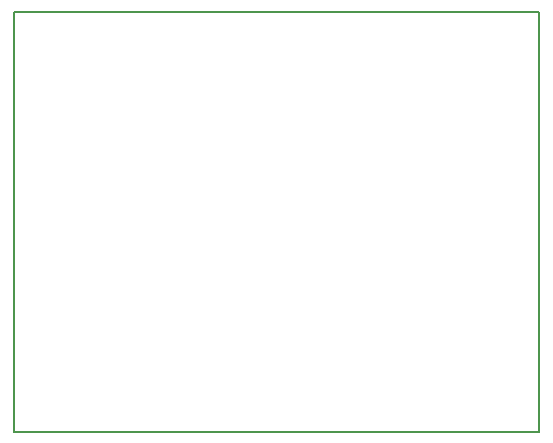
<source format=gbr>
%TF.GenerationSoftware,Novarm,DipTrace,3.1.0.1*%
%TF.CreationDate,2017-08-28T19:58:43+02:00*%
%FSLAX26Y26*%
%MOIN*%
%TF.FileFunction,Profile*%
%TF.Part,Single*%
%ADD11C,0.006*%
G75*
G01*
%LPD*%
X394000Y1794000D2*
D11*
X2144000D1*
Y394000D1*
X394000D1*
Y1794000D1*
M02*

</source>
